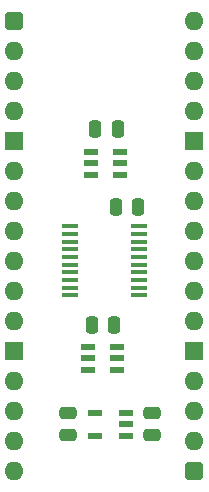
<source format=gts>
%TF.GenerationSoftware,KiCad,Pcbnew,7.0.5*%
%TF.CreationDate,2024-03-06T14:39:53+02:00*%
%TF.ProjectId,Video Signals Output,56696465-6f20-4536-9967-6e616c73204f,V0*%
%TF.SameCoordinates,PX6d01460PY32de760*%
%TF.FileFunction,Soldermask,Top*%
%TF.FilePolarity,Negative*%
%FSLAX46Y46*%
G04 Gerber Fmt 4.6, Leading zero omitted, Abs format (unit mm)*
G04 Created by KiCad (PCBNEW 7.0.5) date 2024-03-06 14:39:53*
%MOMM*%
%LPD*%
G01*
G04 APERTURE LIST*
G04 Aperture macros list*
%AMRoundRect*
0 Rectangle with rounded corners*
0 $1 Rounding radius*
0 $2 $3 $4 $5 $6 $7 $8 $9 X,Y pos of 4 corners*
0 Add a 4 corners polygon primitive as box body*
4,1,4,$2,$3,$4,$5,$6,$7,$8,$9,$2,$3,0*
0 Add four circle primitives for the rounded corners*
1,1,$1+$1,$2,$3*
1,1,$1+$1,$4,$5*
1,1,$1+$1,$6,$7*
1,1,$1+$1,$8,$9*
0 Add four rect primitives between the rounded corners*
20,1,$1+$1,$2,$3,$4,$5,0*
20,1,$1+$1,$4,$5,$6,$7,0*
20,1,$1+$1,$6,$7,$8,$9,0*
20,1,$1+$1,$8,$9,$2,$3,0*%
G04 Aperture macros list end*
%ADD10R,1.150000X0.600000*%
%ADD11R,1.250000X0.600000*%
%ADD12R,1.475000X0.450000*%
%ADD13RoundRect,0.250000X0.250000X0.475000X-0.250000X0.475000X-0.250000X-0.475000X0.250000X-0.475000X0*%
%ADD14RoundRect,0.400000X-0.400000X-0.400000X0.400000X-0.400000X0.400000X0.400000X-0.400000X0.400000X0*%
%ADD15O,1.600000X1.600000*%
%ADD16R,1.600000X1.600000*%
%ADD17RoundRect,0.250000X0.475000X-0.250000X0.475000X0.250000X-0.475000X0.250000X-0.475000X-0.250000X0*%
G04 APERTURE END LIST*
D10*
%TO.C,IC4*%
X9428000Y-35113000D03*
X9428000Y-34163000D03*
X9428000Y-33213000D03*
X6828000Y-33213000D03*
X6828000Y-35113000D03*
%TD*%
D11*
%TO.C,IC3*%
X6222000Y-27625000D03*
X6222000Y-28575000D03*
X6222000Y-29525000D03*
X8722000Y-29525000D03*
X8722000Y-28575000D03*
X8722000Y-27625000D03*
%TD*%
%TO.C,IC2*%
X6476000Y-11115000D03*
X6476000Y-12065000D03*
X6476000Y-13015000D03*
X8976000Y-13015000D03*
X8976000Y-12065000D03*
X8976000Y-11115000D03*
%TD*%
D12*
%TO.C,IC1*%
X4682000Y-17395000D03*
X4682000Y-18045000D03*
X4682000Y-18695000D03*
X4682000Y-19345000D03*
X4682000Y-19995000D03*
X4682000Y-20645000D03*
X4682000Y-21295000D03*
X4682000Y-21945000D03*
X4682000Y-22595000D03*
X4682000Y-23245000D03*
X10558000Y-23245000D03*
X10558000Y-22595000D03*
X10558000Y-21945000D03*
X10558000Y-21295000D03*
X10558000Y-20645000D03*
X10558000Y-19995000D03*
X10558000Y-19345000D03*
X10558000Y-18695000D03*
X10558000Y-18045000D03*
X10558000Y-17395000D03*
%TD*%
D13*
%TO.C,C5*%
X8751000Y-9144000D03*
X6851000Y-9144000D03*
%TD*%
%TO.C,C3*%
X10459000Y-15748000D03*
X8559000Y-15748000D03*
%TD*%
%TO.C,C4*%
X8427000Y-25781000D03*
X6527000Y-25781000D03*
%TD*%
D14*
%TO.C,J1*%
X0Y0D03*
D15*
X0Y-2540000D03*
X0Y-5080000D03*
X0Y-7620000D03*
D16*
X0Y-10160000D03*
D15*
X0Y-12700000D03*
X0Y-15240000D03*
X0Y-17780000D03*
X0Y-20320000D03*
X0Y-22860000D03*
X0Y-25400000D03*
D16*
X0Y-27940000D03*
D15*
X0Y-30480000D03*
X0Y-33020000D03*
X0Y-35560000D03*
X0Y-38100000D03*
D14*
X15240000Y-38100000D03*
D15*
X15240000Y-35560000D03*
X15240000Y-33020000D03*
X15240000Y-30480000D03*
D16*
X15240000Y-27940000D03*
D15*
X15240000Y-25400000D03*
X15240000Y-22860000D03*
X15240000Y-20320000D03*
X15240000Y-17780000D03*
X15240000Y-15240000D03*
X15240000Y-12700000D03*
D16*
X15240000Y-10160000D03*
D15*
X15240000Y-7620000D03*
X15240000Y-5080000D03*
X15240000Y-2540000D03*
X15240000Y0D03*
%TD*%
D17*
%TO.C,C2*%
X4572000Y-35096999D03*
X4572000Y-33196999D03*
%TD*%
%TO.C,C1*%
X11683999Y-35097000D03*
X11683999Y-33197000D03*
%TD*%
M02*

</source>
